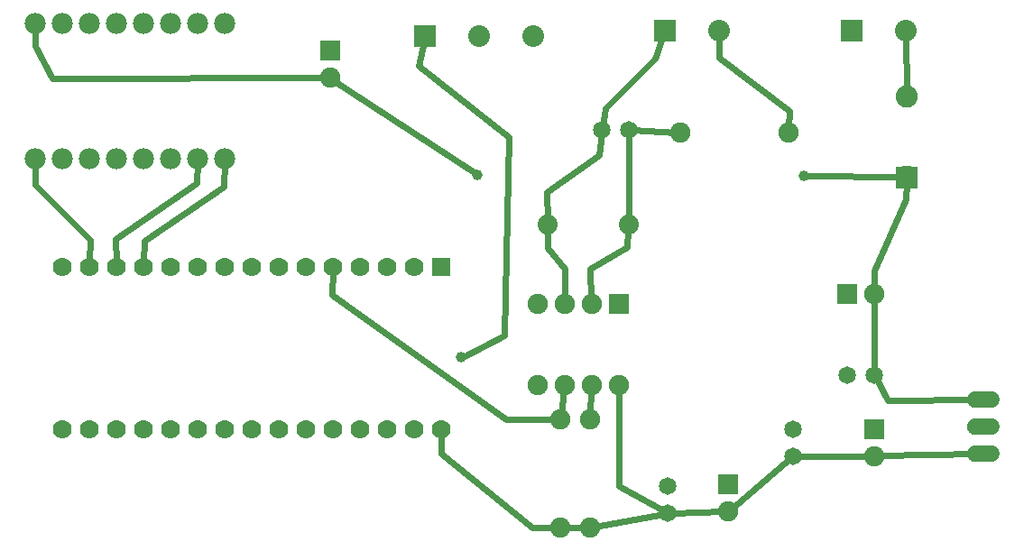
<source format=gbl>
G04 MADE WITH FRITZING*
G04 WWW.FRITZING.ORG*
G04 DOUBLE SIDED*
G04 HOLES PLATED*
G04 CONTOUR ON CENTER OF CONTOUR VECTOR*
%ASAXBY*%
%FSLAX23Y23*%
%MOIN*%
%OFA0B0*%
%SFA1.0B1.0*%
%ADD10C,0.074000*%
%ADD11C,0.039370*%
%ADD12C,0.075000*%
%ADD13C,0.078000*%
%ADD14C,0.082000*%
%ADD15C,0.060000*%
%ADD16C,0.065000*%
%ADD17C,0.080000*%
%ADD18C,0.070000*%
%ADD19R,0.075000X0.075000*%
%ADD20R,0.000150X0.000150*%
%ADD21R,0.082000X0.082000*%
%ADD22R,0.080000X0.079986*%
%ADD23R,0.080000X0.080000*%
%ADD24R,0.070000X0.069972*%
%ADD25C,0.024000*%
%ADD26R,0.001000X0.001000*%
%LNCOPPER0*%
G90*
G70*
G54D10*
X2066Y1292D03*
X2366Y1292D03*
G54D11*
X1747Y802D03*
X1805Y1478D03*
G54D12*
X2328Y999D03*
X2328Y699D03*
X2228Y999D03*
X2228Y699D03*
X2128Y999D03*
X2128Y699D03*
X2028Y999D03*
X2028Y699D03*
G54D11*
X3013Y1472D03*
G54D12*
X1262Y1937D03*
X1262Y1837D03*
G54D13*
X172Y2038D03*
X272Y2038D03*
X372Y2038D03*
X472Y2038D03*
X572Y2038D03*
X672Y2038D03*
X772Y2038D03*
X872Y2038D03*
X172Y1538D03*
X272Y1538D03*
X372Y1538D03*
X472Y1538D03*
X572Y1538D03*
X672Y1538D03*
X772Y1538D03*
X872Y1538D03*
G54D14*
X3393Y1469D03*
X3393Y1767D03*
G54D15*
X3675Y646D03*
X3675Y546D03*
X3675Y446D03*
G54D12*
X3172Y1038D03*
X3272Y1038D03*
X2733Y334D03*
X2733Y234D03*
X3272Y538D03*
X3272Y438D03*
G54D16*
X3172Y738D03*
X3272Y738D03*
X2511Y328D03*
X2511Y228D03*
X2366Y1642D03*
X2266Y1642D03*
X2972Y538D03*
X2972Y438D03*
G54D17*
X2501Y2011D03*
X2701Y2011D03*
X1812Y1991D03*
X2012Y1991D03*
X1612Y1991D03*
X3189Y2011D03*
X3389Y2011D03*
G54D18*
X1672Y1138D03*
X1572Y1138D03*
X1472Y1138D03*
X1372Y1138D03*
X1272Y1138D03*
X1172Y1138D03*
X1072Y1138D03*
X972Y1138D03*
X872Y1138D03*
X772Y1138D03*
X672Y1138D03*
X572Y1138D03*
X472Y1138D03*
X372Y1138D03*
X272Y1138D03*
X1672Y538D03*
X1572Y538D03*
X1472Y538D03*
X1372Y538D03*
X1272Y538D03*
X1172Y538D03*
X1072Y538D03*
X972Y538D03*
X872Y538D03*
X772Y538D03*
X672Y538D03*
X572Y538D03*
X472Y538D03*
X372Y538D03*
X272Y538D03*
G54D12*
X2114Y173D03*
X2114Y573D03*
X2222Y174D03*
X2222Y574D03*
X2956Y1635D03*
X2556Y1635D03*
G54D19*
X2328Y999D03*
G54D20*
X2027Y999D03*
G54D19*
X1262Y1937D03*
G54D21*
X3393Y1468D03*
G54D19*
X3172Y1038D03*
X2733Y334D03*
X3272Y538D03*
G54D22*
X2501Y2011D03*
G54D23*
X1612Y1991D03*
G54D22*
X3189Y2011D03*
G54D24*
X1672Y1138D03*
G54D25*
X2960Y1715D02*
X2700Y1910D01*
D02*
X2700Y1910D02*
X2701Y1991D01*
D02*
X2957Y1652D02*
X2960Y1715D01*
D02*
X2281Y1724D02*
X2463Y1907D01*
D02*
X2463Y1907D02*
X2494Y1993D01*
D02*
X2269Y1656D02*
X2281Y1724D01*
D02*
X2065Y1206D02*
X2131Y1131D01*
D02*
X2131Y1131D02*
X2128Y1017D01*
D02*
X2066Y1274D02*
X2065Y1206D01*
D02*
X2359Y1210D02*
X2223Y1131D01*
D02*
X2223Y1131D02*
X2227Y1017D01*
D02*
X2364Y1274D02*
X2359Y1210D01*
D02*
X2366Y1629D02*
X2366Y1310D01*
D02*
X2256Y1549D02*
X2064Y1415D01*
D02*
X2064Y1415D02*
X2066Y1310D01*
D02*
X2265Y1629D02*
X2256Y1549D01*
D02*
X1924Y1617D02*
X1590Y1879D01*
D02*
X1590Y1879D02*
X1608Y1971D01*
D02*
X1906Y883D02*
X1924Y1617D01*
D02*
X1754Y805D02*
X1906Y883D01*
D02*
X2715Y233D02*
X2525Y228D01*
D02*
X2240Y177D02*
X2497Y225D01*
D02*
X2205Y174D02*
X2132Y173D01*
D02*
X2223Y592D02*
X2227Y682D01*
D02*
X2116Y590D02*
X2126Y682D01*
D02*
X1271Y1033D02*
X1272Y1120D01*
D02*
X1914Y574D02*
X1271Y1033D01*
D02*
X2097Y573D02*
X1914Y574D01*
D02*
X2328Y326D02*
X2328Y682D01*
D02*
X2499Y234D02*
X2328Y326D01*
D02*
X2008Y172D02*
X1672Y448D01*
D02*
X1672Y448D02*
X1672Y520D01*
D02*
X2097Y173D02*
X2008Y172D01*
D02*
X2962Y429D02*
X2746Y245D01*
D02*
X2539Y1635D02*
X2380Y1642D01*
D02*
X3372Y1469D02*
X3021Y1472D01*
D02*
X1254Y1840D02*
X1799Y1482D01*
D02*
X1254Y1840D02*
X1254Y1840D01*
D02*
X172Y1952D02*
X172Y2019D01*
D02*
X236Y1835D02*
X172Y1952D01*
D02*
X1245Y1837D02*
X236Y1835D01*
D02*
X375Y1237D02*
X172Y1439D01*
D02*
X172Y1439D02*
X172Y1519D01*
D02*
X373Y1156D02*
X375Y1237D01*
D02*
X771Y1448D02*
X469Y1241D01*
D02*
X469Y1241D02*
X472Y1156D01*
D02*
X772Y1519D02*
X771Y1448D01*
D02*
X870Y1434D02*
X577Y1232D01*
D02*
X577Y1232D02*
X573Y1156D01*
D02*
X872Y1519D02*
X870Y1434D01*
D02*
X3392Y1788D02*
X3390Y1991D01*
D02*
X3391Y1387D02*
X3392Y1448D01*
D02*
X3273Y1124D02*
X3391Y1387D01*
D02*
X3272Y1056D02*
X3273Y1124D01*
D02*
X3290Y439D02*
X3655Y446D01*
D02*
X3322Y642D02*
X3655Y646D01*
D02*
X3279Y726D02*
X3322Y642D01*
D02*
X3272Y752D02*
X3272Y1021D01*
D02*
X3255Y438D02*
X2986Y438D01*
G54D26*
X3640Y676D02*
X3711Y676D01*
X3636Y675D02*
X3715Y675D01*
X3634Y674D02*
X3717Y674D01*
X3632Y673D02*
X3719Y673D01*
X3630Y672D02*
X3721Y672D01*
X3629Y671D02*
X3723Y671D01*
X3627Y670D02*
X3724Y670D01*
X3626Y669D02*
X3725Y669D01*
X3625Y668D02*
X3726Y668D01*
X3624Y667D02*
X3727Y667D01*
X3623Y666D02*
X3670Y666D01*
X3681Y666D02*
X3728Y666D01*
X3622Y665D02*
X3667Y665D01*
X3684Y665D02*
X3729Y665D01*
X3622Y664D02*
X3665Y664D01*
X3686Y664D02*
X3730Y664D01*
X3621Y663D02*
X3664Y663D01*
X3688Y663D02*
X3730Y663D01*
X3620Y662D02*
X3662Y662D01*
X3689Y662D02*
X3731Y662D01*
X3620Y661D02*
X3661Y661D01*
X3690Y661D02*
X3731Y661D01*
X3619Y660D02*
X3660Y660D01*
X3691Y660D02*
X3732Y660D01*
X3619Y659D02*
X3660Y659D01*
X3692Y659D02*
X3732Y659D01*
X3618Y658D02*
X3659Y658D01*
X3693Y658D02*
X3733Y658D01*
X3618Y657D02*
X3658Y657D01*
X3693Y657D02*
X3733Y657D01*
X3618Y656D02*
X3658Y656D01*
X3694Y656D02*
X3734Y656D01*
X3617Y655D02*
X3657Y655D01*
X3694Y655D02*
X3734Y655D01*
X3617Y654D02*
X3657Y654D01*
X3695Y654D02*
X3734Y654D01*
X3617Y653D02*
X3656Y653D01*
X3695Y653D02*
X3734Y653D01*
X3617Y652D02*
X3656Y652D01*
X3695Y652D02*
X3735Y652D01*
X3616Y651D02*
X3656Y651D01*
X3696Y651D02*
X3735Y651D01*
X3616Y650D02*
X3655Y650D01*
X3696Y650D02*
X3735Y650D01*
X3616Y649D02*
X3655Y649D01*
X3696Y649D02*
X3735Y649D01*
X3616Y648D02*
X3655Y648D01*
X3696Y648D02*
X3735Y648D01*
X3616Y647D02*
X3655Y647D01*
X3696Y647D02*
X3735Y647D01*
X3616Y646D02*
X3655Y646D01*
X3696Y646D02*
X3735Y646D01*
X3616Y645D02*
X3655Y645D01*
X3696Y645D02*
X3735Y645D01*
X3616Y644D02*
X3655Y644D01*
X3696Y644D02*
X3735Y644D01*
X3616Y643D02*
X3655Y643D01*
X3696Y643D02*
X3735Y643D01*
X3617Y642D02*
X3656Y642D01*
X3696Y642D02*
X3735Y642D01*
X3617Y641D02*
X3656Y641D01*
X3695Y641D02*
X3735Y641D01*
X3617Y640D02*
X3656Y640D01*
X3695Y640D02*
X3734Y640D01*
X3617Y639D02*
X3657Y639D01*
X3695Y639D02*
X3734Y639D01*
X3617Y638D02*
X3657Y638D01*
X3694Y638D02*
X3734Y638D01*
X3618Y637D02*
X3658Y637D01*
X3694Y637D02*
X3734Y637D01*
X3618Y636D02*
X3658Y636D01*
X3693Y636D02*
X3733Y636D01*
X3618Y635D02*
X3659Y635D01*
X3692Y635D02*
X3733Y635D01*
X3619Y634D02*
X3660Y634D01*
X3691Y634D02*
X3732Y634D01*
X3619Y633D02*
X3661Y633D01*
X3691Y633D02*
X3732Y633D01*
X3620Y632D02*
X3662Y632D01*
X3690Y632D02*
X3731Y632D01*
X3621Y631D02*
X3663Y631D01*
X3688Y631D02*
X3731Y631D01*
X3621Y630D02*
X3664Y630D01*
X3687Y630D02*
X3730Y630D01*
X3622Y629D02*
X3666Y629D01*
X3685Y629D02*
X3729Y629D01*
X3623Y628D02*
X3668Y628D01*
X3683Y628D02*
X3729Y628D01*
X3623Y627D02*
X3672Y627D01*
X3679Y627D02*
X3728Y627D01*
X3624Y626D02*
X3727Y626D01*
X3625Y625D02*
X3726Y625D01*
X3626Y624D02*
X3725Y624D01*
X3628Y623D02*
X3724Y623D01*
X3629Y622D02*
X3722Y622D01*
X3631Y621D02*
X3721Y621D01*
X3632Y620D02*
X3719Y620D01*
X3634Y619D02*
X3717Y619D01*
X3637Y618D02*
X3714Y618D01*
X3642Y617D02*
X3709Y617D01*
X3640Y576D02*
X3711Y576D01*
X3636Y575D02*
X3715Y575D01*
X3634Y574D02*
X3717Y574D01*
X3632Y573D02*
X3719Y573D01*
X3630Y572D02*
X3721Y572D01*
X3629Y571D02*
X3723Y571D01*
X3627Y570D02*
X3724Y570D01*
X3626Y569D02*
X3725Y569D01*
X3625Y568D02*
X3726Y568D01*
X3624Y567D02*
X3727Y567D01*
X3623Y566D02*
X3670Y566D01*
X3681Y566D02*
X3728Y566D01*
X3622Y565D02*
X3667Y565D01*
X3684Y565D02*
X3729Y565D01*
X3622Y564D02*
X3665Y564D01*
X3686Y564D02*
X3730Y564D01*
X3621Y563D02*
X3664Y563D01*
X3688Y563D02*
X3730Y563D01*
X3620Y562D02*
X3662Y562D01*
X3689Y562D02*
X3731Y562D01*
X3620Y561D02*
X3661Y561D01*
X3690Y561D02*
X3731Y561D01*
X3619Y560D02*
X3660Y560D01*
X3691Y560D02*
X3732Y560D01*
X3619Y559D02*
X3659Y559D01*
X3692Y559D02*
X3732Y559D01*
X3618Y558D02*
X3659Y558D01*
X3693Y558D02*
X3733Y558D01*
X3618Y557D02*
X3658Y557D01*
X3693Y557D02*
X3733Y557D01*
X3618Y556D02*
X3658Y556D01*
X3694Y556D02*
X3734Y556D01*
X3617Y555D02*
X3657Y555D01*
X3694Y555D02*
X3734Y555D01*
X3617Y554D02*
X3657Y554D01*
X3695Y554D02*
X3734Y554D01*
X3617Y553D02*
X3656Y553D01*
X3695Y553D02*
X3734Y553D01*
X3617Y552D02*
X3656Y552D01*
X3695Y552D02*
X3735Y552D01*
X3616Y551D02*
X3656Y551D01*
X3696Y551D02*
X3735Y551D01*
X3616Y550D02*
X3655Y550D01*
X3696Y550D02*
X3735Y550D01*
X3616Y549D02*
X3655Y549D01*
X3696Y549D02*
X3735Y549D01*
X3616Y548D02*
X3655Y548D01*
X3696Y548D02*
X3735Y548D01*
X3616Y547D02*
X3655Y547D01*
X3696Y547D02*
X3735Y547D01*
X3616Y546D02*
X3655Y546D01*
X3696Y546D02*
X3735Y546D01*
X3616Y545D02*
X3655Y545D01*
X3696Y545D02*
X3735Y545D01*
X3616Y544D02*
X3655Y544D01*
X3696Y544D02*
X3735Y544D01*
X3616Y543D02*
X3655Y543D01*
X3696Y543D02*
X3735Y543D01*
X3617Y542D02*
X3656Y542D01*
X3696Y542D02*
X3735Y542D01*
X3617Y541D02*
X3656Y541D01*
X3695Y541D02*
X3735Y541D01*
X3617Y540D02*
X3656Y540D01*
X3695Y540D02*
X3734Y540D01*
X3617Y539D02*
X3657Y539D01*
X3695Y539D02*
X3734Y539D01*
X3617Y538D02*
X3657Y538D01*
X3694Y538D02*
X3734Y538D01*
X3618Y537D02*
X3658Y537D01*
X3694Y537D02*
X3734Y537D01*
X3618Y536D02*
X3658Y536D01*
X3693Y536D02*
X3733Y536D01*
X3618Y535D02*
X3659Y535D01*
X3692Y535D02*
X3733Y535D01*
X3619Y534D02*
X3660Y534D01*
X3691Y534D02*
X3732Y534D01*
X3619Y533D02*
X3661Y533D01*
X3691Y533D02*
X3732Y533D01*
X3620Y532D02*
X3662Y532D01*
X3690Y532D02*
X3731Y532D01*
X3621Y531D02*
X3663Y531D01*
X3688Y531D02*
X3731Y531D01*
X3621Y530D02*
X3664Y530D01*
X3687Y530D02*
X3730Y530D01*
X3622Y529D02*
X3666Y529D01*
X3685Y529D02*
X3729Y529D01*
X3623Y528D02*
X3668Y528D01*
X3683Y528D02*
X3729Y528D01*
X3623Y527D02*
X3672Y527D01*
X3679Y527D02*
X3728Y527D01*
X3624Y526D02*
X3727Y526D01*
X3625Y525D02*
X3726Y525D01*
X3626Y524D02*
X3725Y524D01*
X3628Y523D02*
X3724Y523D01*
X3629Y522D02*
X3722Y522D01*
X3631Y521D02*
X3721Y521D01*
X3632Y520D02*
X3719Y520D01*
X3635Y519D02*
X3717Y519D01*
X3637Y518D02*
X3714Y518D01*
X3642Y517D02*
X3709Y517D01*
X3640Y476D02*
X3711Y476D01*
X3636Y475D02*
X3715Y475D01*
X3634Y474D02*
X3717Y474D01*
X3632Y473D02*
X3719Y473D01*
X3630Y472D02*
X3721Y472D01*
X3629Y471D02*
X3723Y471D01*
X3627Y470D02*
X3724Y470D01*
X3626Y469D02*
X3725Y469D01*
X3625Y468D02*
X3726Y468D01*
X3624Y467D02*
X3727Y467D01*
X3623Y466D02*
X3670Y466D01*
X3681Y466D02*
X3728Y466D01*
X3622Y465D02*
X3667Y465D01*
X3684Y465D02*
X3729Y465D01*
X3622Y464D02*
X3665Y464D01*
X3686Y464D02*
X3730Y464D01*
X3621Y463D02*
X3664Y463D01*
X3688Y463D02*
X3730Y463D01*
X3620Y462D02*
X3662Y462D01*
X3689Y462D02*
X3731Y462D01*
X3620Y461D02*
X3661Y461D01*
X3690Y461D02*
X3731Y461D01*
X3619Y460D02*
X3660Y460D01*
X3691Y460D02*
X3732Y460D01*
X3619Y459D02*
X3659Y459D01*
X3692Y459D02*
X3732Y459D01*
X3618Y458D02*
X3659Y458D01*
X3693Y458D02*
X3733Y458D01*
X3618Y457D02*
X3658Y457D01*
X3693Y457D02*
X3733Y457D01*
X3618Y456D02*
X3658Y456D01*
X3694Y456D02*
X3734Y456D01*
X3617Y455D02*
X3657Y455D01*
X3694Y455D02*
X3734Y455D01*
X3617Y454D02*
X3657Y454D01*
X3695Y454D02*
X3734Y454D01*
X3617Y453D02*
X3656Y453D01*
X3695Y453D02*
X3734Y453D01*
X3617Y452D02*
X3656Y452D01*
X3695Y452D02*
X3735Y452D01*
X3616Y451D02*
X3656Y451D01*
X3696Y451D02*
X3735Y451D01*
X3616Y450D02*
X3655Y450D01*
X3696Y450D02*
X3735Y450D01*
X3616Y449D02*
X3655Y449D01*
X3696Y449D02*
X3735Y449D01*
X3616Y448D02*
X3655Y448D01*
X3696Y448D02*
X3735Y448D01*
X3616Y447D02*
X3655Y447D01*
X3696Y447D02*
X3735Y447D01*
X3616Y446D02*
X3655Y446D01*
X3696Y446D02*
X3735Y446D01*
X3616Y445D02*
X3655Y445D01*
X3696Y445D02*
X3735Y445D01*
X3616Y444D02*
X3655Y444D01*
X3696Y444D02*
X3735Y444D01*
X3616Y443D02*
X3655Y443D01*
X3696Y443D02*
X3735Y443D01*
X3617Y442D02*
X3656Y442D01*
X3696Y442D02*
X3735Y442D01*
X3617Y441D02*
X3656Y441D01*
X3695Y441D02*
X3735Y441D01*
X3617Y440D02*
X3656Y440D01*
X3695Y440D02*
X3734Y440D01*
X3617Y439D02*
X3657Y439D01*
X3695Y439D02*
X3734Y439D01*
X3617Y438D02*
X3657Y438D01*
X3694Y438D02*
X3734Y438D01*
X3618Y437D02*
X3658Y437D01*
X3694Y437D02*
X3733Y437D01*
X3618Y436D02*
X3658Y436D01*
X3693Y436D02*
X3733Y436D01*
X3618Y435D02*
X3659Y435D01*
X3692Y435D02*
X3733Y435D01*
X3619Y434D02*
X3660Y434D01*
X3691Y434D02*
X3732Y434D01*
X3619Y433D02*
X3661Y433D01*
X3691Y433D02*
X3732Y433D01*
X3620Y432D02*
X3662Y432D01*
X3690Y432D02*
X3731Y432D01*
X3621Y431D02*
X3663Y431D01*
X3688Y431D02*
X3731Y431D01*
X3621Y430D02*
X3664Y430D01*
X3687Y430D02*
X3730Y430D01*
X3622Y429D02*
X3666Y429D01*
X3685Y429D02*
X3729Y429D01*
X3623Y428D02*
X3668Y428D01*
X3683Y428D02*
X3729Y428D01*
X3624Y427D02*
X3672Y427D01*
X3679Y427D02*
X3728Y427D01*
X3624Y426D02*
X3727Y426D01*
X3625Y425D02*
X3726Y425D01*
X3627Y424D02*
X3725Y424D01*
X3628Y423D02*
X3723Y423D01*
X3629Y422D02*
X3722Y422D01*
X3631Y421D02*
X3721Y421D01*
X3632Y420D02*
X3719Y420D01*
X3635Y419D02*
X3717Y419D01*
X3637Y418D02*
X3714Y418D01*
X3642Y417D02*
X3709Y417D01*
D02*
G04 End of Copper0*
M02*
</source>
